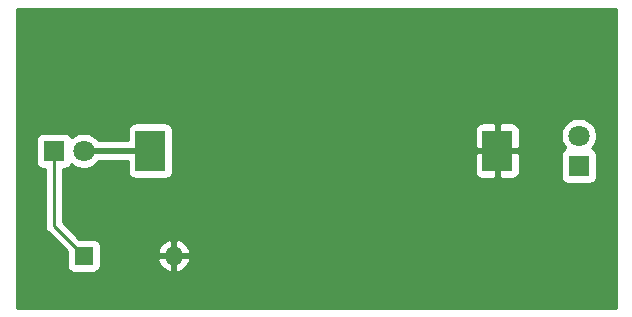
<source format=gbr>
%TF.GenerationSoftware,KiCad,Pcbnew,(5.1.7)-1*%
%TF.CreationDate,2020-12-06T23:47:07-03:00*%
%TF.ProjectId,Emisor,456d6973-6f72-42e6-9b69-6361645f7063,rev?*%
%TF.SameCoordinates,Original*%
%TF.FileFunction,Copper,L1,Top*%
%TF.FilePolarity,Positive*%
%FSLAX46Y46*%
G04 Gerber Fmt 4.6, Leading zero omitted, Abs format (unit mm)*
G04 Created by KiCad (PCBNEW (5.1.7)-1) date 2020-12-06 23:47:07*
%MOMM*%
%LPD*%
G01*
G04 APERTURE LIST*
%TA.AperFunction,ComponentPad*%
%ADD10C,1.800000*%
%TD*%
%TA.AperFunction,ComponentPad*%
%ADD11R,1.800000X1.800000*%
%TD*%
%TA.AperFunction,SMDPad,CuDef*%
%ADD12R,2.540000X3.510000*%
%TD*%
%TA.AperFunction,ComponentPad*%
%ADD13O,1.600000X1.600000*%
%TD*%
%TA.AperFunction,ComponentPad*%
%ADD14R,1.600000X1.600000*%
%TD*%
%TA.AperFunction,Conductor*%
%ADD15C,0.500000*%
%TD*%
%TA.AperFunction,Conductor*%
%ADD16C,0.250000*%
%TD*%
%TA.AperFunction,Conductor*%
%ADD17C,0.254000*%
%TD*%
%TA.AperFunction,Conductor*%
%ADD18C,0.100000*%
%TD*%
G04 APERTURE END LIST*
D10*
%TO.P,D2,2*%
%TO.N,Net-(BT1-Pad1)*%
X118110000Y-69850000D03*
D11*
%TO.P,D2,1*%
%TO.N,Net-(D1-Pad1)*%
X118110000Y-72390000D03*
%TD*%
D12*
%TO.P,BT1,1*%
%TO.N,Net-(BT1-Pad1)*%
X81840000Y-71120000D03*
%TO.P,BT1,2*%
%TO.N,Net-(BT1-Pad2)*%
X111200000Y-71120000D03*
%TD*%
D10*
%TO.P,D1,2*%
%TO.N,Net-(BT1-Pad1)*%
X76200000Y-71120000D03*
D11*
%TO.P,D1,1*%
%TO.N,Net-(D1-Pad1)*%
X73660000Y-71120000D03*
%TD*%
D13*
%TO.P,SW1,2*%
%TO.N,Net-(BT1-Pad2)*%
X83820000Y-80010000D03*
D14*
%TO.P,SW1,1*%
%TO.N,Net-(D1-Pad1)*%
X76200000Y-80010000D03*
%TD*%
D15*
%TO.N,Net-(BT1-Pad1)*%
X81840000Y-71120000D02*
X76200000Y-71120000D01*
D16*
%TO.N,Net-(D1-Pad1)*%
X73660000Y-77470000D02*
X76200000Y-80010000D01*
X73660000Y-71120000D02*
X73660000Y-77470000D01*
%TD*%
D17*
%TO.N,Net-(BT1-Pad2)*%
X121260001Y-84430000D02*
X70510000Y-84430000D01*
X70510000Y-70220000D01*
X72121928Y-70220000D01*
X72121928Y-72020000D01*
X72134188Y-72144482D01*
X72170498Y-72264180D01*
X72229463Y-72374494D01*
X72308815Y-72471185D01*
X72405506Y-72550537D01*
X72515820Y-72609502D01*
X72635518Y-72645812D01*
X72760000Y-72658072D01*
X72900000Y-72658072D01*
X72900001Y-77432668D01*
X72896324Y-77470000D01*
X72910998Y-77618985D01*
X72954454Y-77762246D01*
X73025026Y-77894276D01*
X73096201Y-77981002D01*
X73120000Y-78010001D01*
X73148998Y-78033799D01*
X74761928Y-79646730D01*
X74761928Y-80810000D01*
X74774188Y-80934482D01*
X74810498Y-81054180D01*
X74869463Y-81164494D01*
X74948815Y-81261185D01*
X75045506Y-81340537D01*
X75155820Y-81399502D01*
X75275518Y-81435812D01*
X75400000Y-81448072D01*
X77000000Y-81448072D01*
X77124482Y-81435812D01*
X77244180Y-81399502D01*
X77354494Y-81340537D01*
X77451185Y-81261185D01*
X77530537Y-81164494D01*
X77589502Y-81054180D01*
X77625812Y-80934482D01*
X77638072Y-80810000D01*
X77638072Y-80359039D01*
X82428096Y-80359039D01*
X82468754Y-80493087D01*
X82588963Y-80747420D01*
X82756481Y-80973414D01*
X82964869Y-81162385D01*
X83206119Y-81307070D01*
X83470960Y-81401909D01*
X83693000Y-81280624D01*
X83693000Y-80137000D01*
X83947000Y-80137000D01*
X83947000Y-81280624D01*
X84169040Y-81401909D01*
X84433881Y-81307070D01*
X84675131Y-81162385D01*
X84883519Y-80973414D01*
X85051037Y-80747420D01*
X85171246Y-80493087D01*
X85211904Y-80359039D01*
X85089915Y-80137000D01*
X83947000Y-80137000D01*
X83693000Y-80137000D01*
X82550085Y-80137000D01*
X82428096Y-80359039D01*
X77638072Y-80359039D01*
X77638072Y-79660961D01*
X82428096Y-79660961D01*
X82550085Y-79883000D01*
X83693000Y-79883000D01*
X83693000Y-78739376D01*
X83947000Y-78739376D01*
X83947000Y-79883000D01*
X85089915Y-79883000D01*
X85211904Y-79660961D01*
X85171246Y-79526913D01*
X85051037Y-79272580D01*
X84883519Y-79046586D01*
X84675131Y-78857615D01*
X84433881Y-78712930D01*
X84169040Y-78618091D01*
X83947000Y-78739376D01*
X83693000Y-78739376D01*
X83470960Y-78618091D01*
X83206119Y-78712930D01*
X82964869Y-78857615D01*
X82756481Y-79046586D01*
X82588963Y-79272580D01*
X82468754Y-79526913D01*
X82428096Y-79660961D01*
X77638072Y-79660961D01*
X77638072Y-79210000D01*
X77625812Y-79085518D01*
X77589502Y-78965820D01*
X77530537Y-78855506D01*
X77451185Y-78758815D01*
X77354494Y-78679463D01*
X77244180Y-78620498D01*
X77124482Y-78584188D01*
X77000000Y-78571928D01*
X75836730Y-78571928D01*
X74420000Y-77155199D01*
X74420000Y-72658072D01*
X74560000Y-72658072D01*
X74684482Y-72645812D01*
X74804180Y-72609502D01*
X74914494Y-72550537D01*
X75011185Y-72471185D01*
X75090537Y-72374494D01*
X75149502Y-72264180D01*
X75155056Y-72245873D01*
X75221495Y-72312312D01*
X75472905Y-72480299D01*
X75752257Y-72596011D01*
X76048816Y-72655000D01*
X76351184Y-72655000D01*
X76647743Y-72596011D01*
X76927095Y-72480299D01*
X77178505Y-72312312D01*
X77392312Y-72098505D01*
X77454790Y-72005000D01*
X79931928Y-72005000D01*
X79931928Y-72875000D01*
X79944188Y-72999482D01*
X79980498Y-73119180D01*
X80039463Y-73229494D01*
X80118815Y-73326185D01*
X80215506Y-73405537D01*
X80325820Y-73464502D01*
X80445518Y-73500812D01*
X80570000Y-73513072D01*
X83110000Y-73513072D01*
X83234482Y-73500812D01*
X83354180Y-73464502D01*
X83464494Y-73405537D01*
X83561185Y-73326185D01*
X83640537Y-73229494D01*
X83699502Y-73119180D01*
X83735812Y-72999482D01*
X83748072Y-72875000D01*
X109291928Y-72875000D01*
X109304188Y-72999482D01*
X109340498Y-73119180D01*
X109399463Y-73229494D01*
X109478815Y-73326185D01*
X109575506Y-73405537D01*
X109685820Y-73464502D01*
X109805518Y-73500812D01*
X109930000Y-73513072D01*
X110914250Y-73510000D01*
X111073000Y-73351250D01*
X111073000Y-71247000D01*
X111327000Y-71247000D01*
X111327000Y-73351250D01*
X111485750Y-73510000D01*
X112470000Y-73513072D01*
X112594482Y-73500812D01*
X112714180Y-73464502D01*
X112824494Y-73405537D01*
X112921185Y-73326185D01*
X113000537Y-73229494D01*
X113059502Y-73119180D01*
X113095812Y-72999482D01*
X113108072Y-72875000D01*
X113105177Y-71490000D01*
X116571928Y-71490000D01*
X116571928Y-73290000D01*
X116584188Y-73414482D01*
X116620498Y-73534180D01*
X116679463Y-73644494D01*
X116758815Y-73741185D01*
X116855506Y-73820537D01*
X116965820Y-73879502D01*
X117085518Y-73915812D01*
X117210000Y-73928072D01*
X119010000Y-73928072D01*
X119134482Y-73915812D01*
X119254180Y-73879502D01*
X119364494Y-73820537D01*
X119461185Y-73741185D01*
X119540537Y-73644494D01*
X119599502Y-73534180D01*
X119635812Y-73414482D01*
X119648072Y-73290000D01*
X119648072Y-71490000D01*
X119635812Y-71365518D01*
X119599502Y-71245820D01*
X119540537Y-71135506D01*
X119461185Y-71038815D01*
X119364494Y-70959463D01*
X119254180Y-70900498D01*
X119235873Y-70894944D01*
X119302312Y-70828505D01*
X119470299Y-70577095D01*
X119586011Y-70297743D01*
X119645000Y-70001184D01*
X119645000Y-69698816D01*
X119586011Y-69402257D01*
X119470299Y-69122905D01*
X119302312Y-68871495D01*
X119088505Y-68657688D01*
X118837095Y-68489701D01*
X118557743Y-68373989D01*
X118261184Y-68315000D01*
X117958816Y-68315000D01*
X117662257Y-68373989D01*
X117382905Y-68489701D01*
X117131495Y-68657688D01*
X116917688Y-68871495D01*
X116749701Y-69122905D01*
X116633989Y-69402257D01*
X116575000Y-69698816D01*
X116575000Y-70001184D01*
X116633989Y-70297743D01*
X116749701Y-70577095D01*
X116917688Y-70828505D01*
X116984127Y-70894944D01*
X116965820Y-70900498D01*
X116855506Y-70959463D01*
X116758815Y-71038815D01*
X116679463Y-71135506D01*
X116620498Y-71245820D01*
X116584188Y-71365518D01*
X116571928Y-71490000D01*
X113105177Y-71490000D01*
X113105000Y-71405750D01*
X112946250Y-71247000D01*
X111327000Y-71247000D01*
X111073000Y-71247000D01*
X109453750Y-71247000D01*
X109295000Y-71405750D01*
X109291928Y-72875000D01*
X83748072Y-72875000D01*
X83748072Y-69365000D01*
X109291928Y-69365000D01*
X109295000Y-70834250D01*
X109453750Y-70993000D01*
X111073000Y-70993000D01*
X111073000Y-68888750D01*
X111327000Y-68888750D01*
X111327000Y-70993000D01*
X112946250Y-70993000D01*
X113105000Y-70834250D01*
X113108072Y-69365000D01*
X113095812Y-69240518D01*
X113059502Y-69120820D01*
X113000537Y-69010506D01*
X112921185Y-68913815D01*
X112824494Y-68834463D01*
X112714180Y-68775498D01*
X112594482Y-68739188D01*
X112470000Y-68726928D01*
X111485750Y-68730000D01*
X111327000Y-68888750D01*
X111073000Y-68888750D01*
X110914250Y-68730000D01*
X109930000Y-68726928D01*
X109805518Y-68739188D01*
X109685820Y-68775498D01*
X109575506Y-68834463D01*
X109478815Y-68913815D01*
X109399463Y-69010506D01*
X109340498Y-69120820D01*
X109304188Y-69240518D01*
X109291928Y-69365000D01*
X83748072Y-69365000D01*
X83735812Y-69240518D01*
X83699502Y-69120820D01*
X83640537Y-69010506D01*
X83561185Y-68913815D01*
X83464494Y-68834463D01*
X83354180Y-68775498D01*
X83234482Y-68739188D01*
X83110000Y-68726928D01*
X80570000Y-68726928D01*
X80445518Y-68739188D01*
X80325820Y-68775498D01*
X80215506Y-68834463D01*
X80118815Y-68913815D01*
X80039463Y-69010506D01*
X79980498Y-69120820D01*
X79944188Y-69240518D01*
X79931928Y-69365000D01*
X79931928Y-70235000D01*
X77454790Y-70235000D01*
X77392312Y-70141495D01*
X77178505Y-69927688D01*
X76927095Y-69759701D01*
X76647743Y-69643989D01*
X76351184Y-69585000D01*
X76048816Y-69585000D01*
X75752257Y-69643989D01*
X75472905Y-69759701D01*
X75221495Y-69927688D01*
X75155056Y-69994127D01*
X75149502Y-69975820D01*
X75090537Y-69865506D01*
X75011185Y-69768815D01*
X74914494Y-69689463D01*
X74804180Y-69630498D01*
X74684482Y-69594188D01*
X74560000Y-69581928D01*
X72760000Y-69581928D01*
X72635518Y-69594188D01*
X72515820Y-69630498D01*
X72405506Y-69689463D01*
X72308815Y-69768815D01*
X72229463Y-69865506D01*
X72170498Y-69975820D01*
X72134188Y-70095518D01*
X72121928Y-70220000D01*
X70510000Y-70220000D01*
X70510000Y-59080000D01*
X121260000Y-59080000D01*
X121260001Y-84430000D01*
%TA.AperFunction,Conductor*%
D18*
G36*
X121260001Y-84430000D02*
G01*
X70510000Y-84430000D01*
X70510000Y-70220000D01*
X72121928Y-70220000D01*
X72121928Y-72020000D01*
X72134188Y-72144482D01*
X72170498Y-72264180D01*
X72229463Y-72374494D01*
X72308815Y-72471185D01*
X72405506Y-72550537D01*
X72515820Y-72609502D01*
X72635518Y-72645812D01*
X72760000Y-72658072D01*
X72900000Y-72658072D01*
X72900001Y-77432668D01*
X72896324Y-77470000D01*
X72910998Y-77618985D01*
X72954454Y-77762246D01*
X73025026Y-77894276D01*
X73096201Y-77981002D01*
X73120000Y-78010001D01*
X73148998Y-78033799D01*
X74761928Y-79646730D01*
X74761928Y-80810000D01*
X74774188Y-80934482D01*
X74810498Y-81054180D01*
X74869463Y-81164494D01*
X74948815Y-81261185D01*
X75045506Y-81340537D01*
X75155820Y-81399502D01*
X75275518Y-81435812D01*
X75400000Y-81448072D01*
X77000000Y-81448072D01*
X77124482Y-81435812D01*
X77244180Y-81399502D01*
X77354494Y-81340537D01*
X77451185Y-81261185D01*
X77530537Y-81164494D01*
X77589502Y-81054180D01*
X77625812Y-80934482D01*
X77638072Y-80810000D01*
X77638072Y-80359039D01*
X82428096Y-80359039D01*
X82468754Y-80493087D01*
X82588963Y-80747420D01*
X82756481Y-80973414D01*
X82964869Y-81162385D01*
X83206119Y-81307070D01*
X83470960Y-81401909D01*
X83693000Y-81280624D01*
X83693000Y-80137000D01*
X83947000Y-80137000D01*
X83947000Y-81280624D01*
X84169040Y-81401909D01*
X84433881Y-81307070D01*
X84675131Y-81162385D01*
X84883519Y-80973414D01*
X85051037Y-80747420D01*
X85171246Y-80493087D01*
X85211904Y-80359039D01*
X85089915Y-80137000D01*
X83947000Y-80137000D01*
X83693000Y-80137000D01*
X82550085Y-80137000D01*
X82428096Y-80359039D01*
X77638072Y-80359039D01*
X77638072Y-79660961D01*
X82428096Y-79660961D01*
X82550085Y-79883000D01*
X83693000Y-79883000D01*
X83693000Y-78739376D01*
X83947000Y-78739376D01*
X83947000Y-79883000D01*
X85089915Y-79883000D01*
X85211904Y-79660961D01*
X85171246Y-79526913D01*
X85051037Y-79272580D01*
X84883519Y-79046586D01*
X84675131Y-78857615D01*
X84433881Y-78712930D01*
X84169040Y-78618091D01*
X83947000Y-78739376D01*
X83693000Y-78739376D01*
X83470960Y-78618091D01*
X83206119Y-78712930D01*
X82964869Y-78857615D01*
X82756481Y-79046586D01*
X82588963Y-79272580D01*
X82468754Y-79526913D01*
X82428096Y-79660961D01*
X77638072Y-79660961D01*
X77638072Y-79210000D01*
X77625812Y-79085518D01*
X77589502Y-78965820D01*
X77530537Y-78855506D01*
X77451185Y-78758815D01*
X77354494Y-78679463D01*
X77244180Y-78620498D01*
X77124482Y-78584188D01*
X77000000Y-78571928D01*
X75836730Y-78571928D01*
X74420000Y-77155199D01*
X74420000Y-72658072D01*
X74560000Y-72658072D01*
X74684482Y-72645812D01*
X74804180Y-72609502D01*
X74914494Y-72550537D01*
X75011185Y-72471185D01*
X75090537Y-72374494D01*
X75149502Y-72264180D01*
X75155056Y-72245873D01*
X75221495Y-72312312D01*
X75472905Y-72480299D01*
X75752257Y-72596011D01*
X76048816Y-72655000D01*
X76351184Y-72655000D01*
X76647743Y-72596011D01*
X76927095Y-72480299D01*
X77178505Y-72312312D01*
X77392312Y-72098505D01*
X77454790Y-72005000D01*
X79931928Y-72005000D01*
X79931928Y-72875000D01*
X79944188Y-72999482D01*
X79980498Y-73119180D01*
X80039463Y-73229494D01*
X80118815Y-73326185D01*
X80215506Y-73405537D01*
X80325820Y-73464502D01*
X80445518Y-73500812D01*
X80570000Y-73513072D01*
X83110000Y-73513072D01*
X83234482Y-73500812D01*
X83354180Y-73464502D01*
X83464494Y-73405537D01*
X83561185Y-73326185D01*
X83640537Y-73229494D01*
X83699502Y-73119180D01*
X83735812Y-72999482D01*
X83748072Y-72875000D01*
X109291928Y-72875000D01*
X109304188Y-72999482D01*
X109340498Y-73119180D01*
X109399463Y-73229494D01*
X109478815Y-73326185D01*
X109575506Y-73405537D01*
X109685820Y-73464502D01*
X109805518Y-73500812D01*
X109930000Y-73513072D01*
X110914250Y-73510000D01*
X111073000Y-73351250D01*
X111073000Y-71247000D01*
X111327000Y-71247000D01*
X111327000Y-73351250D01*
X111485750Y-73510000D01*
X112470000Y-73513072D01*
X112594482Y-73500812D01*
X112714180Y-73464502D01*
X112824494Y-73405537D01*
X112921185Y-73326185D01*
X113000537Y-73229494D01*
X113059502Y-73119180D01*
X113095812Y-72999482D01*
X113108072Y-72875000D01*
X113105177Y-71490000D01*
X116571928Y-71490000D01*
X116571928Y-73290000D01*
X116584188Y-73414482D01*
X116620498Y-73534180D01*
X116679463Y-73644494D01*
X116758815Y-73741185D01*
X116855506Y-73820537D01*
X116965820Y-73879502D01*
X117085518Y-73915812D01*
X117210000Y-73928072D01*
X119010000Y-73928072D01*
X119134482Y-73915812D01*
X119254180Y-73879502D01*
X119364494Y-73820537D01*
X119461185Y-73741185D01*
X119540537Y-73644494D01*
X119599502Y-73534180D01*
X119635812Y-73414482D01*
X119648072Y-73290000D01*
X119648072Y-71490000D01*
X119635812Y-71365518D01*
X119599502Y-71245820D01*
X119540537Y-71135506D01*
X119461185Y-71038815D01*
X119364494Y-70959463D01*
X119254180Y-70900498D01*
X119235873Y-70894944D01*
X119302312Y-70828505D01*
X119470299Y-70577095D01*
X119586011Y-70297743D01*
X119645000Y-70001184D01*
X119645000Y-69698816D01*
X119586011Y-69402257D01*
X119470299Y-69122905D01*
X119302312Y-68871495D01*
X119088505Y-68657688D01*
X118837095Y-68489701D01*
X118557743Y-68373989D01*
X118261184Y-68315000D01*
X117958816Y-68315000D01*
X117662257Y-68373989D01*
X117382905Y-68489701D01*
X117131495Y-68657688D01*
X116917688Y-68871495D01*
X116749701Y-69122905D01*
X116633989Y-69402257D01*
X116575000Y-69698816D01*
X116575000Y-70001184D01*
X116633989Y-70297743D01*
X116749701Y-70577095D01*
X116917688Y-70828505D01*
X116984127Y-70894944D01*
X116965820Y-70900498D01*
X116855506Y-70959463D01*
X116758815Y-71038815D01*
X116679463Y-71135506D01*
X116620498Y-71245820D01*
X116584188Y-71365518D01*
X116571928Y-71490000D01*
X113105177Y-71490000D01*
X113105000Y-71405750D01*
X112946250Y-71247000D01*
X111327000Y-71247000D01*
X111073000Y-71247000D01*
X109453750Y-71247000D01*
X109295000Y-71405750D01*
X109291928Y-72875000D01*
X83748072Y-72875000D01*
X83748072Y-69365000D01*
X109291928Y-69365000D01*
X109295000Y-70834250D01*
X109453750Y-70993000D01*
X111073000Y-70993000D01*
X111073000Y-68888750D01*
X111327000Y-68888750D01*
X111327000Y-70993000D01*
X112946250Y-70993000D01*
X113105000Y-70834250D01*
X113108072Y-69365000D01*
X113095812Y-69240518D01*
X113059502Y-69120820D01*
X113000537Y-69010506D01*
X112921185Y-68913815D01*
X112824494Y-68834463D01*
X112714180Y-68775498D01*
X112594482Y-68739188D01*
X112470000Y-68726928D01*
X111485750Y-68730000D01*
X111327000Y-68888750D01*
X111073000Y-68888750D01*
X110914250Y-68730000D01*
X109930000Y-68726928D01*
X109805518Y-68739188D01*
X109685820Y-68775498D01*
X109575506Y-68834463D01*
X109478815Y-68913815D01*
X109399463Y-69010506D01*
X109340498Y-69120820D01*
X109304188Y-69240518D01*
X109291928Y-69365000D01*
X83748072Y-69365000D01*
X83735812Y-69240518D01*
X83699502Y-69120820D01*
X83640537Y-69010506D01*
X83561185Y-68913815D01*
X83464494Y-68834463D01*
X83354180Y-68775498D01*
X83234482Y-68739188D01*
X83110000Y-68726928D01*
X80570000Y-68726928D01*
X80445518Y-68739188D01*
X80325820Y-68775498D01*
X80215506Y-68834463D01*
X80118815Y-68913815D01*
X80039463Y-69010506D01*
X79980498Y-69120820D01*
X79944188Y-69240518D01*
X79931928Y-69365000D01*
X79931928Y-70235000D01*
X77454790Y-70235000D01*
X77392312Y-70141495D01*
X77178505Y-69927688D01*
X76927095Y-69759701D01*
X76647743Y-69643989D01*
X76351184Y-69585000D01*
X76048816Y-69585000D01*
X75752257Y-69643989D01*
X75472905Y-69759701D01*
X75221495Y-69927688D01*
X75155056Y-69994127D01*
X75149502Y-69975820D01*
X75090537Y-69865506D01*
X75011185Y-69768815D01*
X74914494Y-69689463D01*
X74804180Y-69630498D01*
X74684482Y-69594188D01*
X74560000Y-69581928D01*
X72760000Y-69581928D01*
X72635518Y-69594188D01*
X72515820Y-69630498D01*
X72405506Y-69689463D01*
X72308815Y-69768815D01*
X72229463Y-69865506D01*
X72170498Y-69975820D01*
X72134188Y-70095518D01*
X72121928Y-70220000D01*
X70510000Y-70220000D01*
X70510000Y-59080000D01*
X121260000Y-59080000D01*
X121260001Y-84430000D01*
G37*
%TD.AperFunction*%
%TD*%
M02*

</source>
